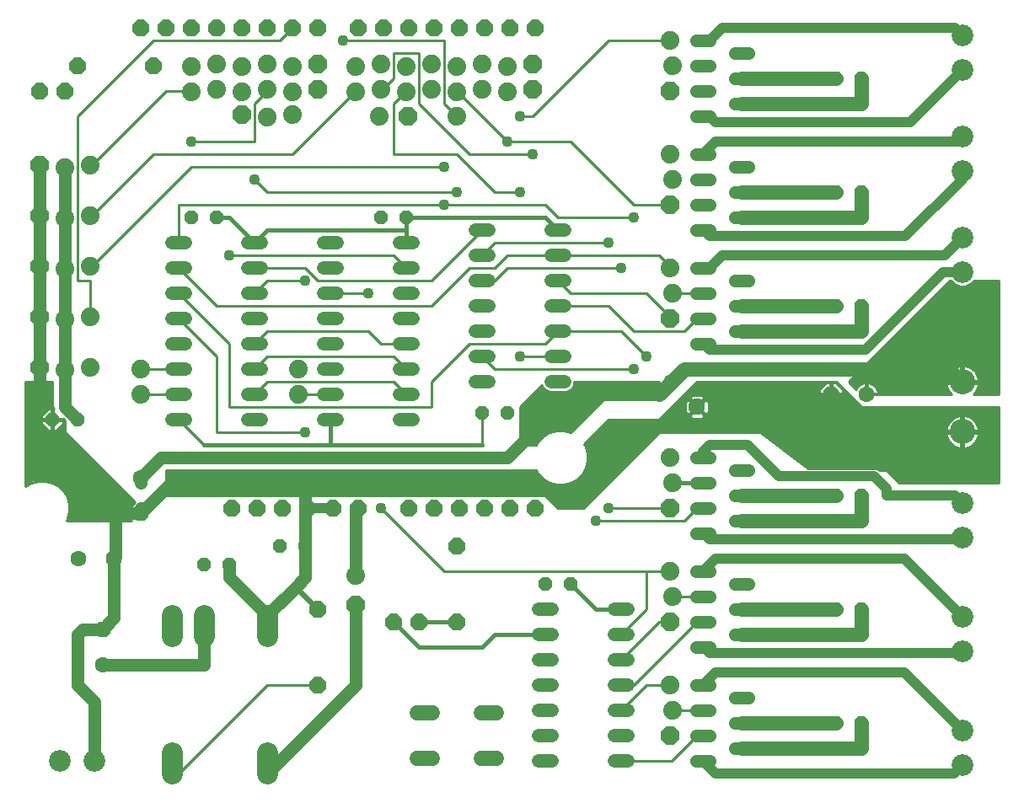
<source format=gbl>
G75*
G70*
%OFA0B0*%
%FSLAX24Y24*%
%IPPOS*%
%LPD*%
%AMOC8*
5,1,8,0,0,1.08239X$1,22.5*
%
%ADD10C,0.0825*%
%ADD11OC8,0.0660*%
%ADD12OC8,0.0630*%
%ADD13C,0.0630*%
%ADD14OC8,0.0560*%
%ADD15C,0.0520*%
%ADD16C,0.0515*%
%ADD17C,0.0860*%
%ADD18C,0.0126*%
%ADD19OC8,0.0740*%
%ADD20C,0.0740*%
%ADD21C,0.1000*%
%ADD22C,0.0600*%
%ADD23C,0.0560*%
%ADD24C,0.0436*%
%ADD25C,0.0500*%
%ADD26C,0.1000*%
%ADD27C,0.0100*%
%ADD28C,0.0160*%
%ADD29C,0.0400*%
%ADD30C,0.0240*%
D10*
X013356Y001252D02*
X013356Y002077D01*
X017106Y002077D02*
X017106Y001252D01*
X017106Y006677D02*
X017106Y007502D01*
X014606Y007502D02*
X014606Y006677D01*
X013356Y006677D02*
X013356Y007502D01*
D11*
X019106Y007752D03*
X022106Y007252D03*
X023106Y007252D03*
X024606Y007252D03*
X024606Y010252D03*
X024706Y011752D03*
X023706Y011752D03*
X022706Y011752D03*
X020706Y011752D03*
X019706Y011752D03*
X018706Y011752D03*
X017706Y011752D03*
X016706Y011752D03*
X015706Y011752D03*
X019106Y004752D03*
X025706Y011752D03*
X026706Y011752D03*
X027706Y011752D03*
X009106Y028252D03*
X008106Y028252D03*
X009606Y029252D03*
X012106Y030752D03*
X013106Y030752D03*
X014106Y030752D03*
X015106Y030752D03*
X016106Y030752D03*
X017106Y030752D03*
X018106Y030752D03*
X019106Y030752D03*
X020706Y030752D03*
X021706Y030752D03*
X022706Y030752D03*
X023706Y030752D03*
X024706Y030752D03*
X025706Y030752D03*
X026706Y030752D03*
X027706Y030752D03*
X012606Y029252D03*
D12*
X012106Y011552D03*
X011056Y009752D03*
X010606Y006952D03*
X039406Y016252D03*
D13*
X040806Y016252D03*
X033111Y016747D03*
X012106Y012952D03*
X009656Y009752D03*
X010606Y005552D03*
D14*
X014606Y009502D03*
X015606Y009502D03*
X017606Y010252D03*
X018606Y010252D03*
X025606Y015502D03*
X026606Y015502D03*
X028106Y008752D03*
X029106Y008752D03*
X039606Y007752D03*
X040606Y007752D03*
X040606Y012252D03*
X039606Y012252D03*
X039606Y019752D03*
X040606Y019752D03*
X040606Y024252D03*
X039606Y024252D03*
X039606Y028752D03*
X040606Y028752D03*
X022606Y023252D03*
X021606Y023252D03*
X015106Y023252D03*
X014106Y023252D03*
X009606Y015252D03*
X008606Y015252D03*
X039606Y003252D03*
X040606Y003252D03*
D15*
X031366Y002752D02*
X030846Y002752D01*
X030846Y003752D02*
X031366Y003752D01*
X031366Y004752D02*
X030846Y004752D01*
X030846Y005752D02*
X031366Y005752D01*
X031366Y006752D02*
X030846Y006752D01*
X030846Y007752D02*
X031366Y007752D01*
X028366Y007752D02*
X027846Y007752D01*
X027846Y006752D02*
X028366Y006752D01*
X028366Y005752D02*
X027846Y005752D01*
X027846Y004752D02*
X028366Y004752D01*
X028366Y003752D02*
X027846Y003752D01*
X027846Y002752D02*
X028366Y002752D01*
X028366Y001752D02*
X027846Y001752D01*
X030846Y001752D02*
X031366Y001752D01*
X022866Y015252D02*
X022346Y015252D01*
X022346Y016252D02*
X022866Y016252D01*
X022866Y017252D02*
X022346Y017252D01*
X022346Y018252D02*
X022866Y018252D01*
X022866Y019252D02*
X022346Y019252D01*
X022346Y020252D02*
X022866Y020252D01*
X022866Y021252D02*
X022346Y021252D01*
X022346Y022252D02*
X022866Y022252D01*
X025346Y021752D02*
X025866Y021752D01*
X025866Y022752D02*
X025346Y022752D01*
X025346Y020752D02*
X025866Y020752D01*
X025866Y019752D02*
X025346Y019752D01*
X025346Y018752D02*
X025866Y018752D01*
X025866Y017752D02*
X025346Y017752D01*
X025346Y016752D02*
X025866Y016752D01*
X028346Y016752D02*
X028866Y016752D01*
X028866Y017752D02*
X028346Y017752D01*
X028346Y018752D02*
X028866Y018752D01*
X028866Y019752D02*
X028346Y019752D01*
X028346Y020752D02*
X028866Y020752D01*
X028866Y021752D02*
X028346Y021752D01*
X028346Y022752D02*
X028866Y022752D01*
X019866Y022252D02*
X019346Y022252D01*
X019346Y021252D02*
X019866Y021252D01*
X019866Y020252D02*
X019346Y020252D01*
X019346Y019252D02*
X019866Y019252D01*
X019866Y018252D02*
X019346Y018252D01*
X019346Y017252D02*
X019866Y017252D01*
X019866Y016252D02*
X019346Y016252D01*
X019346Y015252D02*
X019866Y015252D01*
X016866Y015252D02*
X016346Y015252D01*
X016346Y016252D02*
X016866Y016252D01*
X016866Y017252D02*
X016346Y017252D01*
X016346Y018252D02*
X016866Y018252D01*
X016866Y019252D02*
X016346Y019252D01*
X016346Y020252D02*
X016866Y020252D01*
X016866Y021252D02*
X016346Y021252D01*
X016346Y022252D02*
X016866Y022252D01*
X013866Y022252D02*
X013346Y022252D01*
X013346Y021252D02*
X013866Y021252D01*
X013866Y020252D02*
X013346Y020252D01*
X013346Y019252D02*
X013866Y019252D01*
X013866Y018252D02*
X013346Y018252D01*
X013346Y017252D02*
X013866Y017252D01*
X013866Y016252D02*
X013346Y016252D01*
X013346Y015252D02*
X013866Y015252D01*
D16*
X034084Y013752D02*
X034599Y013752D01*
X035620Y013252D02*
X036135Y013252D01*
X036135Y012252D02*
X035620Y012252D01*
X034599Y012752D02*
X034084Y012752D01*
X034084Y011752D02*
X034599Y011752D01*
X035620Y011252D02*
X036135Y011252D01*
X034599Y010752D02*
X034084Y010752D01*
X034084Y009252D02*
X034599Y009252D01*
X035620Y008752D02*
X036135Y008752D01*
X036135Y007752D02*
X035620Y007752D01*
X034599Y008252D02*
X034084Y008252D01*
X034084Y007252D02*
X034599Y007252D01*
X035620Y006752D02*
X036135Y006752D01*
X034599Y006252D02*
X034084Y006252D01*
X034084Y004752D02*
X034599Y004752D01*
X035620Y004252D02*
X036135Y004252D01*
X036135Y003252D02*
X035620Y003252D01*
X034599Y003752D02*
X034084Y003752D01*
X034084Y002752D02*
X034599Y002752D01*
X035620Y002252D02*
X036135Y002252D01*
X034599Y001752D02*
X034084Y001752D01*
X034084Y018252D02*
X034599Y018252D01*
X035620Y018752D02*
X036135Y018752D01*
X036135Y019752D02*
X035620Y019752D01*
X034599Y020252D02*
X034084Y020252D01*
X034084Y021252D02*
X034599Y021252D01*
X035620Y020752D02*
X036135Y020752D01*
X034599Y019252D02*
X034084Y019252D01*
X034084Y022752D02*
X034599Y022752D01*
X035620Y023252D02*
X036135Y023252D01*
X034599Y023752D02*
X034084Y023752D01*
X034084Y024752D02*
X034599Y024752D01*
X035620Y025252D02*
X036135Y025252D01*
X036135Y024252D02*
X035620Y024252D01*
X034599Y025752D02*
X034084Y025752D01*
X034084Y027252D02*
X034599Y027252D01*
X035620Y027752D02*
X036135Y027752D01*
X036135Y028752D02*
X035620Y028752D01*
X034599Y029252D02*
X034084Y029252D01*
X034084Y030252D02*
X034599Y030252D01*
X035620Y029752D02*
X036135Y029752D01*
X034599Y028252D02*
X034084Y028252D01*
D17*
X008897Y001752D03*
X010275Y001752D03*
X044606Y001583D03*
X044606Y002961D03*
X044606Y006083D03*
X044606Y007461D03*
X044606Y010583D03*
X044606Y011961D03*
X044606Y021083D03*
X044606Y022461D03*
X044606Y025083D03*
X044606Y026461D03*
X044606Y029083D03*
X044606Y030461D03*
D18*
X034141Y015569D02*
X034204Y015506D01*
X033996Y015506D01*
X033849Y015653D01*
X033849Y015861D01*
X033996Y016008D01*
X034204Y016008D01*
X034351Y015861D01*
X034351Y015653D01*
X034204Y015506D01*
X034165Y015601D01*
X034035Y015601D01*
X033944Y015692D01*
X033944Y015822D01*
X034035Y015913D01*
X034165Y015913D01*
X034256Y015822D01*
X034256Y015692D01*
X034165Y015601D01*
X034126Y015695D01*
X034074Y015695D01*
X034038Y015731D01*
X034038Y015783D01*
X034074Y015819D01*
X034126Y015819D01*
X034162Y015783D01*
X034162Y015731D01*
X034126Y015695D01*
D19*
X033056Y019252D03*
X033056Y023752D03*
X033056Y028252D03*
X027606Y028302D03*
X027606Y029302D03*
X022676Y027252D03*
X019106Y028302D03*
X019106Y029302D03*
X016106Y027302D03*
X008106Y025302D03*
X008106Y023302D03*
X008106Y021302D03*
X008106Y019302D03*
X008106Y017302D03*
X020606Y007932D03*
X033056Y007252D03*
X033056Y011752D03*
X033056Y002752D03*
D20*
X033156Y003752D03*
X033056Y004752D03*
X033156Y008252D03*
X033056Y009252D03*
X033156Y012752D03*
X033056Y013752D03*
X033156Y020252D03*
X033056Y021252D03*
X033156Y024752D03*
X033056Y025752D03*
X033156Y029252D03*
X033056Y030252D03*
X026606Y029202D03*
X026606Y028202D03*
X025606Y028302D03*
X024606Y028202D03*
X023606Y028302D03*
X022606Y028202D03*
X021606Y028302D03*
X020606Y028202D03*
X020606Y029202D03*
X021606Y029302D03*
X022606Y029202D03*
X023606Y029302D03*
X024606Y029202D03*
X025606Y029302D03*
X024606Y027252D03*
X021536Y027252D03*
X018106Y027302D03*
X017106Y027202D03*
X017106Y028302D03*
X018106Y028202D03*
X018106Y029202D03*
X017106Y029302D03*
X016106Y029202D03*
X015106Y029302D03*
X014106Y029202D03*
X014106Y028202D03*
X015106Y028302D03*
X016106Y028202D03*
X010106Y025302D03*
X009106Y025202D03*
X010106Y023302D03*
X009106Y023202D03*
X009106Y021202D03*
X010106Y021302D03*
X010106Y019302D03*
X009106Y019202D03*
X010106Y017302D03*
X009106Y017202D03*
X012106Y017252D03*
X012106Y016252D03*
X018356Y016252D03*
X018356Y017252D03*
X020606Y009072D03*
D21*
X044606Y014768D03*
X044606Y016736D03*
D22*
X026186Y003642D02*
X025586Y003642D01*
X023626Y003642D02*
X023026Y003642D01*
X023026Y001862D02*
X023626Y001862D01*
X025586Y001862D02*
X026186Y001862D01*
D23*
X035877Y002252D02*
X040606Y002252D01*
X040606Y003252D01*
X039606Y003252D02*
X035877Y003252D01*
X035877Y006752D02*
X040606Y006752D01*
X040606Y007752D01*
X039606Y007752D02*
X035877Y007752D01*
X035877Y011252D02*
X040606Y011252D01*
X040606Y012252D01*
X039606Y012252D02*
X035877Y012252D01*
X038106Y014252D02*
X038106Y015252D01*
X037156Y015752D02*
X037106Y015702D01*
X037106Y014752D01*
X036106Y015252D02*
X036106Y016252D01*
X036606Y016252D01*
X037106Y015752D01*
X039406Y016252D02*
X039606Y016052D01*
X039606Y015752D01*
X042106Y017252D02*
X043106Y017252D01*
X043106Y018252D01*
X044106Y018252D01*
X045106Y018252D01*
X044106Y018252D02*
X044106Y019252D01*
X043106Y019252D01*
X043106Y018252D01*
X042106Y018252D01*
X042106Y017252D02*
X033616Y017252D01*
X033111Y016747D01*
X033100Y016747D01*
X032606Y016252D01*
X035877Y018752D02*
X040606Y018752D01*
X040606Y019752D01*
X039606Y019752D02*
X035877Y019752D01*
X035877Y023252D02*
X040606Y023252D01*
X040606Y024252D01*
X039606Y024252D02*
X035877Y024252D01*
X035877Y027752D02*
X040606Y027752D01*
X040606Y028752D01*
X039606Y028752D02*
X035877Y028752D01*
X044606Y019752D02*
X045106Y019252D01*
X044106Y019252D01*
X045106Y019252D02*
X045606Y019752D01*
X043106Y017252D02*
X043606Y016752D01*
X043706Y016752D01*
X044156Y017202D01*
D24*
X043606Y016752D03*
X043106Y017252D03*
X042106Y017252D03*
X042106Y018252D03*
X043106Y018252D03*
X044106Y018252D03*
X045106Y018252D03*
X045106Y019252D03*
X045606Y019752D03*
X044606Y019752D03*
X044106Y019252D03*
X043106Y019252D03*
X038106Y016252D03*
X037106Y015752D03*
X038106Y015252D03*
X037106Y014752D03*
X038106Y014252D03*
X036106Y015252D03*
X036106Y016252D03*
X034856Y016252D03*
X032106Y017752D03*
X031606Y017252D03*
X027106Y017752D03*
X031106Y021252D03*
X030606Y022252D03*
X031606Y023252D03*
X027606Y025752D03*
X026606Y026252D03*
X027106Y027252D03*
X024106Y025252D03*
X024606Y024252D03*
X024106Y023752D03*
X027106Y024252D03*
X021106Y020252D03*
X018606Y020752D03*
X015606Y021752D03*
X016606Y024752D03*
X014106Y026252D03*
X020106Y030252D03*
X018606Y014752D03*
X021606Y011752D03*
X025106Y012752D03*
X030106Y011252D03*
X030606Y011752D03*
D25*
X026606Y013752D02*
X028606Y015752D01*
X029106Y015752D01*
X029606Y016252D01*
X032606Y016252D01*
X026606Y013752D02*
X012906Y013752D01*
X012106Y012952D01*
X012106Y012752D01*
X012106Y011752D02*
X012106Y011552D01*
X011306Y011552D01*
X011106Y011752D01*
X011106Y009802D01*
X011056Y009752D01*
X011056Y007402D01*
X010606Y006952D01*
X009806Y006952D01*
X009606Y006752D01*
X009606Y004752D01*
X010275Y004083D01*
X010275Y001752D01*
X010606Y005552D02*
X014606Y005552D01*
X014606Y007502D01*
X015606Y009002D02*
X017106Y007502D01*
X018231Y008627D01*
X018606Y009002D01*
X018606Y010252D01*
X018606Y011752D01*
X018606Y012752D01*
X025106Y012752D01*
X020706Y011752D02*
X020606Y011652D01*
X020606Y009072D01*
X020606Y007932D02*
X020606Y004752D01*
X017106Y001252D01*
X015606Y009002D02*
X015606Y009502D01*
X013306Y012752D02*
X012106Y011552D01*
X011056Y011552D01*
X013306Y012752D02*
X018606Y012752D01*
X009606Y015252D02*
X009106Y015752D01*
X009106Y017202D01*
X009106Y019202D01*
X009106Y021202D01*
X009106Y023202D01*
X009106Y025202D01*
X008106Y025302D02*
X008106Y023302D01*
X008106Y021302D01*
X008106Y019302D01*
X008106Y017302D01*
X008106Y015752D01*
X044156Y017202D02*
X044606Y016752D01*
X044606Y016736D01*
D26*
X040590Y014768D02*
X039606Y015752D01*
X037156Y015752D01*
D27*
X036606Y014752D02*
X032106Y014752D01*
X034106Y016752D01*
X039606Y016752D01*
X040606Y015752D01*
X046026Y015752D01*
X046026Y012752D01*
X042106Y012752D01*
X041606Y013252D01*
X041322Y013252D01*
X041292Y013282D01*
X041171Y013332D01*
X041040Y013332D01*
X038499Y013332D01*
X036606Y014752D01*
X036624Y014738D02*
X044557Y014738D01*
X044557Y014719D02*
X043956Y014719D01*
X043967Y014641D01*
X043989Y014558D01*
X044021Y014480D01*
X044064Y014406D01*
X044116Y014338D01*
X044176Y014278D01*
X044244Y014226D01*
X044317Y014184D01*
X044396Y014151D01*
X044478Y014129D01*
X044557Y014118D01*
X044557Y014719D01*
X044654Y014719D01*
X044654Y014118D01*
X044733Y014129D01*
X044815Y014151D01*
X044894Y014184D01*
X044967Y014226D01*
X045035Y014278D01*
X045095Y014338D01*
X045147Y014406D01*
X045190Y014480D01*
X045222Y014558D01*
X045244Y014641D01*
X045255Y014719D01*
X044654Y014719D01*
X044654Y014816D01*
X045255Y014816D01*
X045244Y014895D01*
X045222Y014977D01*
X045190Y015056D01*
X045147Y015130D01*
X045095Y015197D01*
X045035Y015257D01*
X044967Y015309D01*
X044894Y015352D01*
X044815Y015384D01*
X044733Y015407D01*
X044654Y015417D01*
X044654Y014816D01*
X044557Y014816D01*
X044557Y014719D01*
X044557Y014639D02*
X044654Y014639D01*
X044654Y014541D02*
X044557Y014541D01*
X044557Y014442D02*
X044654Y014442D01*
X044654Y014344D02*
X044557Y014344D01*
X044557Y014245D02*
X044654Y014245D01*
X044654Y014147D02*
X044557Y014147D01*
X044412Y014147D02*
X037413Y014147D01*
X037281Y014245D02*
X044219Y014245D01*
X044112Y014344D02*
X037150Y014344D01*
X037019Y014442D02*
X044043Y014442D01*
X043996Y014541D02*
X036887Y014541D01*
X036756Y014639D02*
X043967Y014639D01*
X043956Y014816D02*
X044557Y014816D01*
X044557Y015417D01*
X044478Y015407D01*
X044396Y015384D01*
X044317Y015352D01*
X044244Y015309D01*
X044176Y015257D01*
X044116Y015197D01*
X044064Y015130D01*
X044021Y015056D01*
X043989Y014977D01*
X043967Y014895D01*
X043956Y014816D01*
X043959Y014836D02*
X032190Y014836D01*
X032288Y014935D02*
X043977Y014935D01*
X044012Y015033D02*
X032387Y015033D01*
X032486Y015132D02*
X044066Y015132D01*
X044149Y015231D02*
X032584Y015231D01*
X032683Y015329D02*
X033871Y015329D01*
X033908Y015292D02*
X033793Y015407D01*
X034100Y015714D01*
X034058Y015757D01*
X033750Y016064D01*
X033636Y015950D01*
X033636Y015564D01*
X033750Y015449D01*
X034058Y015757D01*
X034100Y015800D01*
X033793Y016107D01*
X033908Y016222D01*
X034293Y016222D01*
X034408Y016107D01*
X034101Y015800D01*
X034143Y015757D01*
X034450Y016064D01*
X034565Y015950D01*
X034565Y015564D01*
X034450Y015449D01*
X034143Y015757D01*
X034101Y015714D01*
X034408Y015407D01*
X034293Y015292D01*
X033908Y015292D01*
X033814Y015428D02*
X032781Y015428D01*
X032880Y015526D02*
X033674Y015526D01*
X033636Y015625D02*
X032978Y015625D01*
X033077Y015723D02*
X033636Y015723D01*
X033636Y015822D02*
X033175Y015822D01*
X033274Y015920D02*
X033636Y015920D01*
X033705Y016019D02*
X033372Y016019D01*
X033471Y016117D02*
X033803Y016117D01*
X033796Y016019D02*
X033881Y016019D01*
X033895Y015920D02*
X033980Y015920D01*
X033993Y015822D02*
X034078Y015822D01*
X034123Y015822D02*
X034208Y015822D01*
X034221Y015920D02*
X034306Y015920D01*
X034320Y016019D02*
X034405Y016019D01*
X034496Y016019D02*
X038981Y016019D01*
X038941Y016059D02*
X039213Y015787D01*
X039375Y015787D01*
X039375Y016222D01*
X038941Y016222D01*
X038941Y016059D01*
X038941Y016117D02*
X034397Y016117D01*
X034299Y016216D02*
X038941Y016216D01*
X038941Y016282D02*
X039375Y016282D01*
X039375Y016222D01*
X039436Y016222D01*
X039436Y016282D01*
X039870Y016282D01*
X039870Y016445D01*
X039598Y016717D01*
X039436Y016717D01*
X039436Y016282D01*
X039375Y016282D01*
X039375Y016717D01*
X039213Y016717D01*
X038941Y016445D01*
X038941Y016282D01*
X038941Y016315D02*
X033668Y016315D01*
X033767Y016413D02*
X038941Y016413D01*
X039008Y016512D02*
X033865Y016512D01*
X033964Y016610D02*
X039106Y016610D01*
X039205Y016709D02*
X034062Y016709D01*
X033902Y016216D02*
X033570Y016216D01*
X034024Y015723D02*
X034091Y015723D01*
X034110Y015723D02*
X034177Y015723D01*
X034190Y015625D02*
X034275Y015625D01*
X034289Y015526D02*
X034374Y015526D01*
X034387Y015428D02*
X046026Y015428D01*
X046026Y015526D02*
X034527Y015526D01*
X034565Y015625D02*
X046026Y015625D01*
X046026Y015723D02*
X034565Y015723D01*
X034565Y015822D02*
X039178Y015822D01*
X039080Y015920D02*
X034565Y015920D01*
X034330Y015329D02*
X044278Y015329D01*
X044557Y015329D02*
X044654Y015329D01*
X044654Y015231D02*
X044557Y015231D01*
X044557Y015132D02*
X044654Y015132D01*
X044654Y015033D02*
X044557Y015033D01*
X044557Y014935D02*
X044654Y014935D01*
X044654Y014836D02*
X044557Y014836D01*
X044654Y014738D02*
X046026Y014738D01*
X046026Y014836D02*
X045252Y014836D01*
X045234Y014935D02*
X046026Y014935D01*
X046026Y015033D02*
X045199Y015033D01*
X045145Y015132D02*
X046026Y015132D01*
X046026Y015231D02*
X045062Y015231D01*
X044933Y015329D02*
X046026Y015329D01*
X046026Y016252D02*
X045040Y016252D01*
X045095Y016307D01*
X045147Y016374D01*
X045190Y016448D01*
X045222Y016527D01*
X045244Y016609D01*
X045255Y016688D01*
X044654Y016688D01*
X044654Y016785D01*
X044557Y016785D01*
X044557Y017385D01*
X044478Y017375D01*
X044396Y017353D01*
X044317Y017320D01*
X044244Y017278D01*
X044176Y017226D01*
X044116Y017166D01*
X044064Y017098D01*
X044021Y017024D01*
X043989Y016946D01*
X043967Y016863D01*
X043956Y016785D01*
X044557Y016785D01*
X044557Y016688D01*
X043956Y016688D01*
X043967Y016609D01*
X043989Y016527D01*
X044021Y016448D01*
X044064Y016374D01*
X044116Y016307D01*
X044171Y016252D01*
X040836Y016252D01*
X040836Y016282D01*
X041270Y016282D01*
X041270Y016289D01*
X041259Y016361D01*
X041236Y016430D01*
X041203Y016496D01*
X041160Y016555D01*
X041108Y016607D01*
X041049Y016650D01*
X040984Y016683D01*
X040914Y016705D01*
X040842Y016717D01*
X040836Y016717D01*
X040836Y016282D01*
X040775Y016282D01*
X040775Y016717D01*
X040769Y016717D01*
X040697Y016705D01*
X040627Y016683D01*
X040562Y016650D01*
X040503Y016607D01*
X040451Y016555D01*
X040408Y016496D01*
X040392Y016465D01*
X040106Y016752D01*
X044106Y020752D01*
X044144Y020752D01*
X044288Y020608D01*
X044494Y020523D01*
X044717Y020523D01*
X044923Y020608D01*
X045067Y020752D01*
X046026Y020752D01*
X046026Y016252D01*
X046026Y016315D02*
X045101Y016315D01*
X045169Y016413D02*
X046026Y016413D01*
X046026Y016512D02*
X045216Y016512D01*
X045244Y016610D02*
X046026Y016610D01*
X046026Y016709D02*
X044654Y016709D01*
X044654Y016785D02*
X045255Y016785D01*
X045244Y016863D01*
X045222Y016946D01*
X045190Y017024D01*
X045147Y017098D01*
X045095Y017166D01*
X045035Y017226D01*
X044967Y017278D01*
X044894Y017320D01*
X044815Y017353D01*
X044733Y017375D01*
X044654Y017385D01*
X044654Y016785D01*
X044654Y016807D02*
X044557Y016807D01*
X044557Y016709D02*
X040894Y016709D01*
X040836Y016709D02*
X040775Y016709D01*
X040717Y016709D02*
X040149Y016709D01*
X040161Y016807D02*
X043959Y016807D01*
X043978Y016906D02*
X040259Y016906D01*
X040358Y017004D02*
X044013Y017004D01*
X044068Y017103D02*
X040456Y017103D01*
X040555Y017201D02*
X044151Y017201D01*
X044282Y017300D02*
X040654Y017300D01*
X040752Y017399D02*
X046026Y017399D01*
X046026Y017497D02*
X040851Y017497D01*
X040949Y017596D02*
X046026Y017596D01*
X046026Y017694D02*
X041048Y017694D01*
X041146Y017793D02*
X046026Y017793D01*
X046026Y017891D02*
X041245Y017891D01*
X041343Y017990D02*
X046026Y017990D01*
X046026Y018088D02*
X041442Y018088D01*
X041540Y018187D02*
X046026Y018187D01*
X046026Y018285D02*
X041639Y018285D01*
X041737Y018384D02*
X046026Y018384D01*
X046026Y018482D02*
X041836Y018482D01*
X041935Y018581D02*
X046026Y018581D01*
X046026Y018680D02*
X042033Y018680D01*
X042132Y018778D02*
X046026Y018778D01*
X046026Y018877D02*
X042230Y018877D01*
X042329Y018975D02*
X046026Y018975D01*
X046026Y019074D02*
X042427Y019074D01*
X042526Y019172D02*
X046026Y019172D01*
X046026Y019271D02*
X042624Y019271D01*
X042723Y019369D02*
X046026Y019369D01*
X046026Y019468D02*
X042821Y019468D01*
X042920Y019566D02*
X046026Y019566D01*
X046026Y019665D02*
X043019Y019665D01*
X043117Y019764D02*
X046026Y019764D01*
X046026Y019862D02*
X043216Y019862D01*
X043314Y019961D02*
X046026Y019961D01*
X046026Y020059D02*
X043413Y020059D01*
X043511Y020158D02*
X046026Y020158D01*
X046026Y020256D02*
X043610Y020256D01*
X043708Y020355D02*
X046026Y020355D01*
X046026Y020453D02*
X043807Y020453D01*
X043905Y020552D02*
X044424Y020552D01*
X044246Y020650D02*
X044004Y020650D01*
X044103Y020749D02*
X044147Y020749D01*
X044787Y020552D02*
X046026Y020552D01*
X046026Y020650D02*
X044965Y020650D01*
X045064Y020749D02*
X046026Y020749D01*
X046026Y017300D02*
X044929Y017300D01*
X045059Y017201D02*
X046026Y017201D01*
X046026Y017103D02*
X045143Y017103D01*
X045198Y017004D02*
X046026Y017004D01*
X046026Y016906D02*
X045233Y016906D01*
X045252Y016807D02*
X046026Y016807D01*
X044654Y016906D02*
X044557Y016906D01*
X044557Y017004D02*
X044654Y017004D01*
X044654Y017103D02*
X044557Y017103D01*
X044557Y017201D02*
X044654Y017201D01*
X044654Y017300D02*
X044557Y017300D01*
X043966Y016610D02*
X041104Y016610D01*
X041192Y016512D02*
X043995Y016512D01*
X044041Y016413D02*
X041242Y016413D01*
X041266Y016315D02*
X044110Y016315D01*
X045244Y014639D02*
X046026Y014639D01*
X046026Y014541D02*
X045215Y014541D01*
X045168Y014442D02*
X046026Y014442D01*
X046026Y014344D02*
X045099Y014344D01*
X044992Y014245D02*
X046026Y014245D01*
X046026Y014147D02*
X044799Y014147D01*
X046026Y014048D02*
X037544Y014048D01*
X037675Y013949D02*
X046026Y013949D01*
X046026Y013851D02*
X037807Y013851D01*
X037938Y013752D02*
X046026Y013752D01*
X046026Y013654D02*
X038070Y013654D01*
X038201Y013555D02*
X046026Y013555D01*
X046026Y013457D02*
X038332Y013457D01*
X038464Y013358D02*
X046026Y013358D01*
X046026Y013260D02*
X041314Y013260D01*
X041696Y013161D02*
X046026Y013161D01*
X046026Y013063D02*
X041795Y013063D01*
X041893Y012964D02*
X046026Y012964D01*
X046026Y012866D02*
X041992Y012866D01*
X042091Y012767D02*
X046026Y012767D01*
X040836Y016315D02*
X040775Y016315D01*
X040775Y016413D02*
X040836Y016413D01*
X040836Y016512D02*
X040775Y016512D01*
X040775Y016610D02*
X040836Y016610D01*
X040507Y016610D02*
X040247Y016610D01*
X040346Y016512D02*
X040419Y016512D01*
X040141Y016216D02*
X039870Y016216D01*
X039870Y016222D02*
X039436Y016222D01*
X039436Y015787D01*
X039598Y015787D01*
X039870Y016059D01*
X039870Y016222D01*
X039870Y016315D02*
X040043Y016315D01*
X039944Y016413D02*
X039870Y016413D01*
X039846Y016512D02*
X039803Y016512D01*
X039747Y016610D02*
X039705Y016610D01*
X039649Y016709D02*
X039606Y016709D01*
X039436Y016709D02*
X039375Y016709D01*
X039375Y016610D02*
X039436Y016610D01*
X039436Y016512D02*
X039375Y016512D01*
X039375Y016413D02*
X039436Y016413D01*
X039436Y016315D02*
X039375Y016315D01*
X039375Y016216D02*
X039436Y016216D01*
X039436Y016117D02*
X039375Y016117D01*
X039375Y016019D02*
X039436Y016019D01*
X039436Y015920D02*
X039375Y015920D01*
X039375Y015822D02*
X039436Y015822D01*
X039633Y015822D02*
X040536Y015822D01*
X040437Y015920D02*
X039731Y015920D01*
X039830Y016019D02*
X040339Y016019D01*
X040240Y016117D02*
X039870Y016117D01*
X034342Y019252D02*
X034106Y019252D01*
X033606Y018752D01*
X031606Y018752D01*
X030606Y019752D01*
X028606Y019752D01*
X029106Y020252D02*
X032106Y020252D01*
X033106Y019252D01*
X033056Y019252D01*
X033156Y020252D02*
X034342Y020252D01*
X033106Y021252D02*
X033056Y021252D01*
X033106Y021252D02*
X032606Y021752D01*
X028606Y021752D01*
X026606Y021752D01*
X026106Y021252D01*
X025106Y021252D01*
X023606Y019752D01*
X015106Y019752D01*
X013606Y021252D01*
X013606Y022252D02*
X013606Y023752D01*
X024106Y023752D01*
X028106Y023752D01*
X028606Y023252D01*
X031606Y023252D01*
X031606Y023752D02*
X029106Y026252D01*
X026606Y026252D01*
X024606Y028252D01*
X024606Y028202D01*
X024106Y027752D02*
X024106Y030252D01*
X020106Y030252D01*
X022106Y029752D02*
X022106Y028752D01*
X021606Y028252D01*
X021606Y028302D01*
X022106Y027752D02*
X022106Y025752D01*
X024606Y025752D01*
X026106Y024252D01*
X027106Y024252D01*
X027606Y025752D02*
X025106Y025752D01*
X023106Y027752D01*
X023106Y029752D01*
X022106Y029752D01*
X022606Y028252D02*
X022606Y028202D01*
X022606Y028252D02*
X022106Y027752D01*
X020606Y028202D02*
X020606Y028252D01*
X018106Y025752D01*
X012606Y025752D01*
X010106Y023252D01*
X010106Y023302D01*
X010106Y025252D02*
X010106Y025302D01*
X010106Y025252D02*
X013106Y028252D01*
X014106Y028252D01*
X014106Y028202D01*
X016606Y027752D02*
X016606Y026252D01*
X014106Y026252D01*
X014106Y025252D02*
X024106Y025252D01*
X024606Y024252D02*
X017106Y024252D01*
X016606Y024752D01*
X014106Y025252D02*
X010106Y021252D01*
X010106Y021302D01*
X010106Y020752D02*
X009606Y020752D01*
X009606Y027252D01*
X012606Y030252D01*
X017606Y030252D01*
X018106Y030752D01*
X017106Y028302D02*
X017106Y028252D01*
X016606Y027752D01*
X024106Y027752D02*
X024606Y027252D01*
X027106Y027252D02*
X027606Y027252D01*
X030606Y030252D01*
X033056Y030252D01*
X033106Y030252D01*
X033056Y028252D02*
X033106Y028252D01*
X033056Y023752D02*
X033106Y023752D01*
X033056Y023752D02*
X031606Y023752D01*
X030606Y022252D02*
X026106Y022252D01*
X025606Y021752D01*
X025606Y022752D02*
X023606Y020752D01*
X019106Y020752D01*
X018606Y021252D01*
X016606Y021252D01*
X017106Y020752D02*
X018606Y020752D01*
X019606Y020252D02*
X021106Y020252D01*
X022106Y021752D02*
X022606Y021252D01*
X022106Y021752D02*
X015606Y021752D01*
X016606Y020252D02*
X017106Y020752D01*
X017106Y018752D02*
X021106Y018752D01*
X021606Y018252D01*
X022606Y018252D01*
X022106Y017752D02*
X022606Y017252D01*
X022106Y017752D02*
X017106Y017752D01*
X016606Y017252D01*
X017106Y016752D02*
X016606Y016252D01*
X017106Y016752D02*
X022106Y016752D01*
X022606Y016252D01*
X023606Y015752D02*
X023606Y016752D01*
X025106Y018252D01*
X028106Y018252D01*
X028606Y018752D01*
X031106Y018752D01*
X032106Y017752D01*
X031606Y017252D02*
X026106Y017252D01*
X025606Y017752D01*
X027106Y017752D02*
X028606Y017752D01*
X029255Y016752D02*
X032606Y016752D01*
X032606Y016252D01*
X030606Y016252D01*
X029114Y014760D01*
X028848Y014832D01*
X028563Y014832D01*
X028289Y014758D01*
X028042Y014616D01*
X027841Y014415D01*
X027747Y014252D01*
X027106Y014252D01*
X027106Y015752D01*
X027977Y016623D01*
X028015Y016531D01*
X028125Y016421D01*
X028268Y016362D01*
X028943Y016362D01*
X029086Y016421D01*
X029196Y016531D01*
X029255Y016674D01*
X029255Y016752D01*
X029255Y016709D02*
X032606Y016709D01*
X032606Y016610D02*
X029229Y016610D01*
X029177Y016512D02*
X032606Y016512D01*
X032606Y016413D02*
X029066Y016413D01*
X028145Y016413D02*
X027767Y016413D01*
X027865Y016512D02*
X028034Y016512D01*
X027982Y016610D02*
X027964Y016610D01*
X027668Y016315D02*
X032606Y016315D01*
X033827Y015526D02*
X033912Y015526D01*
X033926Y015625D02*
X034011Y015625D01*
X033106Y015252D02*
X029606Y011752D01*
X028606Y011752D01*
X028106Y012252D01*
X013106Y012252D01*
X013106Y013252D01*
X027747Y013252D01*
X027841Y013089D01*
X028042Y012888D01*
X028289Y012746D01*
X028563Y012672D01*
X028848Y012672D01*
X029122Y012746D01*
X029369Y012888D01*
X029570Y013089D01*
X029712Y013335D01*
X029785Y013610D01*
X029785Y013894D01*
X029712Y014169D01*
X029642Y014289D01*
X030606Y015252D01*
X033106Y015252D01*
X033084Y015231D02*
X030584Y015231D01*
X030486Y015132D02*
X032986Y015132D01*
X032887Y015033D02*
X030387Y015033D01*
X030288Y014935D02*
X032788Y014935D01*
X032690Y014836D02*
X030190Y014836D01*
X030091Y014738D02*
X032591Y014738D01*
X032493Y014639D02*
X029993Y014639D01*
X029894Y014541D02*
X032394Y014541D01*
X032296Y014442D02*
X029796Y014442D01*
X029697Y014344D02*
X032197Y014344D01*
X032099Y014245D02*
X029668Y014245D01*
X029718Y014147D02*
X032000Y014147D01*
X031902Y014048D02*
X029744Y014048D01*
X029771Y013949D02*
X031803Y013949D01*
X031704Y013851D02*
X029785Y013851D01*
X029785Y013752D02*
X031606Y013752D01*
X031507Y013654D02*
X029785Y013654D01*
X029771Y013555D02*
X031409Y013555D01*
X031310Y013457D02*
X029744Y013457D01*
X029718Y013358D02*
X031212Y013358D01*
X031113Y013260D02*
X029668Y013260D01*
X029611Y013161D02*
X031015Y013161D01*
X030916Y013063D02*
X029543Y013063D01*
X029445Y012964D02*
X030818Y012964D01*
X030719Y012866D02*
X029330Y012866D01*
X029159Y012767D02*
X030621Y012767D01*
X030522Y012668D02*
X013106Y012668D01*
X013106Y012570D02*
X030423Y012570D01*
X030325Y012471D02*
X013106Y012471D01*
X013106Y012373D02*
X030226Y012373D01*
X030128Y012274D02*
X013106Y012274D01*
X013106Y012767D02*
X028252Y012767D01*
X028081Y012866D02*
X013106Y012866D01*
X013106Y012964D02*
X027966Y012964D01*
X027868Y013063D02*
X013106Y013063D01*
X013106Y013161D02*
X027800Y013161D01*
X028182Y012176D02*
X030029Y012176D01*
X029931Y012077D02*
X028280Y012077D01*
X028379Y011979D02*
X029832Y011979D01*
X029734Y011880D02*
X028477Y011880D01*
X028576Y011782D02*
X029635Y011782D01*
X030106Y011252D02*
X033606Y011252D01*
X034106Y011752D01*
X034342Y011752D01*
X033106Y011752D02*
X033056Y011752D01*
X030606Y011752D01*
X032106Y009252D02*
X032106Y007752D01*
X031106Y006752D01*
X031106Y005752D02*
X032606Y007252D01*
X033056Y007252D01*
X033106Y007252D01*
X034106Y007252D02*
X034342Y007252D01*
X034106Y007252D02*
X031606Y004752D01*
X031106Y004752D01*
X032106Y004752D02*
X033056Y004752D01*
X033106Y004752D01*
X032106Y004752D02*
X031106Y003752D01*
X033106Y003752D02*
X033156Y003752D01*
X034342Y003752D01*
X034342Y002752D02*
X034106Y002752D01*
X033106Y001752D01*
X031106Y001752D01*
X033056Y002752D02*
X033106Y002752D01*
X033156Y008252D02*
X034342Y008252D01*
X033106Y009252D02*
X033056Y009252D01*
X032106Y009252D01*
X024106Y009252D01*
X021606Y011752D01*
X018706Y011752D02*
X018606Y011752D01*
X014606Y014252D02*
X013606Y015252D01*
X013606Y016252D02*
X012106Y016252D01*
X012106Y017252D02*
X013606Y017252D01*
X015106Y017752D02*
X015106Y014752D01*
X018606Y014752D01*
X018356Y016252D02*
X019606Y016252D01*
X017106Y018752D02*
X016606Y018252D01*
X015606Y018252D02*
X015606Y015752D01*
X023606Y015752D01*
X025606Y015502D02*
X025606Y014252D01*
X027106Y014344D02*
X027800Y014344D01*
X027869Y014442D02*
X027106Y014442D01*
X027106Y014541D02*
X027967Y014541D01*
X028083Y014639D02*
X027106Y014639D01*
X027106Y014738D02*
X028253Y014738D01*
X029190Y014836D02*
X027106Y014836D01*
X027106Y014935D02*
X029288Y014935D01*
X029387Y015033D02*
X027106Y015033D01*
X027106Y015132D02*
X029486Y015132D01*
X029584Y015231D02*
X027106Y015231D01*
X027106Y015329D02*
X029683Y015329D01*
X029781Y015428D02*
X027106Y015428D01*
X027106Y015526D02*
X029880Y015526D01*
X029978Y015625D02*
X027106Y015625D01*
X027106Y015723D02*
X030077Y015723D01*
X030175Y015822D02*
X027175Y015822D01*
X027274Y015920D02*
X030274Y015920D01*
X030372Y016019D02*
X027372Y016019D01*
X027471Y016117D02*
X030471Y016117D01*
X030570Y016216D02*
X027570Y016216D01*
X029106Y020252D02*
X028606Y020752D01*
X026606Y021252D02*
X026106Y020752D01*
X025606Y020752D01*
X026606Y021252D02*
X031106Y021252D01*
X015606Y018252D02*
X013606Y020252D01*
X013606Y019252D02*
X015106Y017752D01*
X010106Y019252D02*
X010106Y019302D01*
X010106Y020752D01*
X008606Y016752D02*
X007555Y016752D01*
X007555Y012624D01*
X007789Y012758D01*
X008063Y012832D01*
X008348Y012832D01*
X008622Y012758D01*
X008869Y012616D01*
X009070Y012415D01*
X009212Y012169D01*
X009285Y011894D01*
X009285Y011610D01*
X009212Y011335D01*
X009164Y011252D01*
X011748Y011252D01*
X011641Y011359D01*
X011641Y011522D01*
X012075Y011522D01*
X012075Y011582D01*
X011641Y011582D01*
X011641Y011745D01*
X011877Y011981D01*
X009106Y014752D01*
X009106Y015215D01*
X009035Y015285D01*
X009035Y015282D01*
X008636Y015282D01*
X008636Y015222D01*
X009035Y015222D01*
X009035Y015074D01*
X008784Y014822D01*
X008636Y014822D01*
X008636Y015222D01*
X008575Y015222D01*
X008176Y015222D01*
X008176Y015074D01*
X008427Y014822D01*
X008575Y014822D01*
X008575Y015222D01*
X008575Y015282D01*
X008176Y015282D01*
X008176Y015430D01*
X008427Y015682D01*
X008575Y015682D01*
X008575Y015282D01*
X008636Y015282D01*
X008636Y015682D01*
X008676Y015682D01*
X008606Y015752D01*
X008606Y016752D01*
X008606Y016709D02*
X007555Y016709D01*
X007555Y016610D02*
X008606Y016610D01*
X008606Y016512D02*
X007555Y016512D01*
X007555Y016413D02*
X008606Y016413D01*
X008606Y016315D02*
X007555Y016315D01*
X007555Y016216D02*
X008606Y016216D01*
X008606Y016117D02*
X007555Y016117D01*
X007555Y016019D02*
X008606Y016019D01*
X008606Y015920D02*
X007555Y015920D01*
X007555Y015822D02*
X008606Y015822D01*
X008634Y015723D02*
X007555Y015723D01*
X007555Y015625D02*
X008370Y015625D01*
X008272Y015526D02*
X007555Y015526D01*
X007555Y015428D02*
X008176Y015428D01*
X008176Y015329D02*
X007555Y015329D01*
X007555Y015231D02*
X008575Y015231D01*
X008636Y015231D02*
X009090Y015231D01*
X009106Y015132D02*
X009035Y015132D01*
X008995Y015033D02*
X009106Y015033D01*
X009106Y014935D02*
X008897Y014935D01*
X008798Y014836D02*
X009106Y014836D01*
X009120Y014738D02*
X007555Y014738D01*
X007555Y014836D02*
X008413Y014836D01*
X008314Y014935D02*
X007555Y014935D01*
X007555Y015033D02*
X008216Y015033D01*
X008176Y015132D02*
X007555Y015132D01*
X007555Y014639D02*
X009218Y014639D01*
X009317Y014541D02*
X007555Y014541D01*
X007555Y014442D02*
X009415Y014442D01*
X009514Y014344D02*
X007555Y014344D01*
X007555Y014245D02*
X009612Y014245D01*
X009711Y014147D02*
X007555Y014147D01*
X007555Y014048D02*
X009809Y014048D01*
X009908Y013949D02*
X007555Y013949D01*
X007555Y013851D02*
X010006Y013851D01*
X010105Y013752D02*
X007555Y013752D01*
X007555Y013654D02*
X010204Y013654D01*
X010302Y013555D02*
X007555Y013555D01*
X007555Y013457D02*
X010401Y013457D01*
X010499Y013358D02*
X007555Y013358D01*
X007555Y013260D02*
X010598Y013260D01*
X010696Y013161D02*
X007555Y013161D01*
X007555Y013063D02*
X010795Y013063D01*
X010893Y012964D02*
X007555Y012964D01*
X007555Y012866D02*
X010992Y012866D01*
X011090Y012767D02*
X008590Y012767D01*
X008778Y012668D02*
X011189Y012668D01*
X011106Y012752D02*
X011106Y012752D01*
X011288Y012570D02*
X008915Y012570D01*
X009013Y012471D02*
X011386Y012471D01*
X011485Y012373D02*
X009094Y012373D01*
X009151Y012274D02*
X011583Y012274D01*
X011682Y012176D02*
X009208Y012176D01*
X009236Y012077D02*
X011780Y012077D01*
X011875Y011979D02*
X009263Y011979D01*
X009285Y011880D02*
X011776Y011880D01*
X011678Y011782D02*
X009285Y011782D01*
X009285Y011683D02*
X011641Y011683D01*
X011641Y011584D02*
X009279Y011584D01*
X009252Y011486D02*
X011641Y011486D01*
X011641Y011387D02*
X009226Y011387D01*
X009185Y011289D02*
X011711Y011289D01*
X012075Y011582D02*
X012075Y011782D01*
X012136Y011722D01*
X012136Y011582D01*
X012075Y011582D01*
X012075Y011584D02*
X012136Y011584D01*
X012136Y011683D02*
X012075Y011683D01*
X012075Y011782D02*
X012076Y011782D01*
X011106Y009752D02*
X011056Y009752D01*
X007633Y012668D02*
X007555Y012668D01*
X007555Y012767D02*
X007821Y012767D01*
X008575Y014836D02*
X008636Y014836D01*
X008636Y014935D02*
X008575Y014935D01*
X008575Y015033D02*
X008636Y015033D01*
X008636Y015132D02*
X008575Y015132D01*
X008575Y015329D02*
X008636Y015329D01*
X008636Y015428D02*
X008575Y015428D01*
X008575Y015526D02*
X008636Y015526D01*
X008636Y015625D02*
X008575Y015625D01*
X017106Y004752D02*
X013606Y001252D01*
X013356Y001252D01*
X017106Y004752D02*
X019106Y004752D01*
D28*
X022106Y007252D02*
X023106Y006252D01*
X025606Y006252D01*
X026106Y006752D01*
X028106Y006752D01*
X030106Y007752D02*
X031106Y007752D01*
X030106Y007752D02*
X029106Y008752D01*
X024606Y007252D02*
X023106Y007252D01*
X025606Y014252D02*
X019606Y014252D01*
X019606Y015252D01*
X019606Y014252D02*
X014606Y014252D01*
X016606Y022252D02*
X017106Y022752D01*
X022606Y022752D01*
X022606Y022252D01*
X022606Y022752D02*
X022606Y023252D01*
X028106Y023252D01*
X028606Y022752D01*
X016606Y022252D02*
X015606Y023252D01*
X015106Y023252D01*
X033156Y012752D02*
X034342Y012752D01*
X034606Y012752D01*
D29*
X034342Y013752D02*
X034342Y013988D01*
X034606Y014252D01*
X036106Y014252D01*
X037356Y013002D01*
X041106Y013002D01*
X041606Y012502D01*
X041606Y012252D01*
X044314Y012252D01*
X044606Y011961D01*
X044606Y010583D02*
X044525Y010502D01*
X034592Y010502D01*
X034342Y010752D01*
X034842Y009752D02*
X042314Y009752D01*
X044606Y007461D01*
X044606Y006083D02*
X044525Y006002D01*
X034592Y006002D01*
X034342Y006252D01*
X034842Y005252D02*
X042314Y005252D01*
X044606Y002961D01*
X044606Y001583D02*
X044275Y001252D01*
X034842Y001252D01*
X034342Y001752D01*
X035877Y002252D02*
X036606Y002252D01*
X034342Y004752D02*
X034842Y005252D01*
X034342Y009252D02*
X034842Y009752D01*
X034592Y018002D02*
X034342Y018252D01*
X034592Y018002D02*
X040775Y018002D01*
X043856Y021083D01*
X044606Y021083D01*
X044356Y021083D01*
X043897Y021752D02*
X044606Y022461D01*
X043897Y021752D02*
X035106Y021752D01*
X034606Y021252D01*
X034342Y021252D01*
X034592Y022502D02*
X042356Y022502D01*
X044606Y024752D01*
X044606Y025083D01*
X044606Y025252D01*
X044397Y026252D02*
X044606Y026461D01*
X044397Y026252D02*
X034842Y026252D01*
X034342Y025752D01*
X034842Y027002D02*
X042525Y027002D01*
X044606Y029083D01*
X044606Y030461D02*
X044314Y030752D01*
X035106Y030752D01*
X034606Y030252D01*
X034342Y030252D01*
X034342Y027252D02*
X034592Y027252D01*
X034842Y027002D01*
X034342Y022752D02*
X034592Y022502D01*
X019706Y011752D02*
X018706Y011752D01*
D30*
X018231Y008627D02*
X019106Y007752D01*
M02*

</source>
